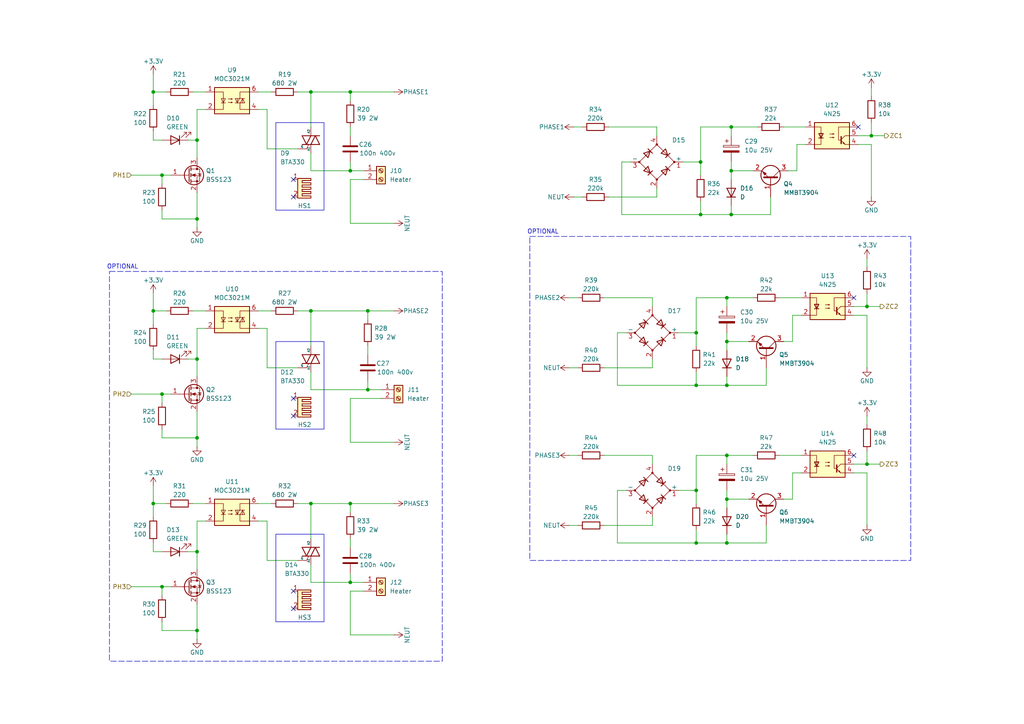
<source format=kicad_sch>
(kicad_sch (version 20231120) (generator "eeschema") (generator_version "8.0")
  (paper "A4")
  (lib_symbols
    (symbol "Connector:Screw_Terminal_01x02" (pin_names (offset 1.016) hide)
      (property "Reference" "J" (at 0 2.54 0))
      (property "Value" "Screw_Terminal_01x02" (at 0 -5.08 0))
      (symbol "Screw_Terminal_01x02_1_1"
        (rectangle (start -1.27 1.27) (end 1.27 -3.81) (stroke (width 0.254)) (fill (type background)))
        (circle (center 0 -2.54) (radius 0.635) (stroke (width 0.1524)))
        (polyline (pts (xy -0.5334 -2.2098) (xy 0.3302 -3.048)) (stroke (width 0.1524)))
        (polyline (pts (xy -0.5334 0.3302) (xy 0.3302 -0.508)) (stroke (width 0.1524)))
        (polyline (pts (xy -0.3556 -2.032) (xy 0.508 -2.8702)) (stroke (width 0.1524)))
        (polyline (pts (xy -0.3556 0.508) (xy 0.508 -0.3302)) (stroke (width 0.1524)))
        (circle (center 0 0) (radius 0.635) (stroke (width 0.1524)))
        (pin passive line (at -5.08 0 0) (length 3.81) (name "Pin_1") (number "1"))
        (pin passive line (at -5.08 -2.54 0) (length 3.81) (name "Pin_2") (number "2"))
      )
    )
    (symbol "Device:C" (pin_numbers hide) (pin_names (offset 0.254))
      (property "Reference" "C" (at 0.635 2.54 0))
      (property "Value" "C" (at 0.635 -2.54 0))
      (symbol "C_0_1"
        (polyline (pts (xy -2.032 -0.762) (xy 2.032 -0.762)) (stroke (width 0.508)))
        (polyline (pts (xy -2.032 0.762) (xy 2.032 0.762)) (stroke (width 0.508)))
      )
      (symbol "C_1_1"
        (pin passive line (at 0 3.81 270) (length 2.794) (name "~") (number "1"))
        (pin passive line (at 0 -3.81 90) (length 2.794) (name "~") (number "2"))
      )
    )
    (symbol "Device:C_Polarized" (pin_numbers hide) (pin_names (offset 0.254))
      (property "Reference" "C" (at 0.635 2.54 0))
      (property "Value" "C_Polarized" (at 0.635 -2.54 0))
      (symbol "C_Polarized_0_1"
        (rectangle (start -2.286 0.508) (end 2.286 1.016))
        (polyline (pts (xy -1.778 2.286) (xy -0.762 2.286)))
        (polyline (pts (xy -1.27 2.794) (xy -1.27 1.778)))
        (rectangle (start 2.286 -0.508) (end -2.286 -1.016) (fill (type outline)))
      )
      (symbol "C_Polarized_1_1"
        (pin passive line (at 0 3.81 270) (length 2.794) (name "~") (number "1"))
        (pin passive line (at 0 -3.81 90) (length 2.794) (name "~") (number "2"))
      )
    )
    (symbol "Device:D" (pin_numbers hide) (pin_names (offset 1.016) hide)
      (property "Reference" "D" (at 0 2.54 0))
      (property "Value" "D" (at 0 -2.54 0))
      (symbol "D_0_1"
        (polyline (pts (xy -1.27 1.27) (xy -1.27 -1.27)) (stroke (width 0.254)))
        (polyline (pts (xy 1.27 0) (xy -1.27 0)))
        (polyline (pts (xy 1.27 1.27) (xy 1.27 -1.27) (xy -1.27 0) (xy 1.27 1.27)) (stroke (width 0.254)))
      )
      (symbol "D_1_1"
        (pin passive line (at -3.81 0 0) (length 2.54) (name "K") (number "1"))
        (pin passive line (at 3.81 0 180) (length 2.54) (name "A") (number "2"))
      )
    )
    (symbol "Device:D_Bridge_+A-A" (pin_names (offset 0))
      (property "Reference" "D" (at 2.54 6.985 0))
      (property "Value" "D_Bridge_+A-A" (at 2.54 5.08 0))
      (symbol "D_Bridge_+A-A_0_1"
        (circle (center -5.08 0) (radius 0.254) (fill (type outline)))
        (circle (center 0 -5.08) (radius 0.254) (fill (type outline)))
        (polyline (pts (xy -2.54 3.81) (xy -1.27 2.54)) (stroke (width 0.254)))
        (polyline (pts (xy -1.27 -2.54) (xy -2.54 -3.81)) (stroke (width 0.254)))
        (polyline (pts (xy 2.54 -1.27) (xy 3.81 -2.54)) (stroke (width 0.254)))
        (polyline (pts (xy 2.54 1.27) (xy 3.81 2.54)) (stroke (width 0.254)))
        (polyline (pts (xy -3.81 2.54) (xy -2.54 1.27) (xy -1.905 3.175) (xy -3.81 2.54)) (stroke (width 0.254)))
        (polyline (pts (xy -2.54 -1.27) (xy -3.81 -2.54) (xy -1.905 -3.175) (xy -2.54 -1.27)) (stroke (width 0.254)))
        (polyline (pts (xy 1.27 2.54) (xy 2.54 3.81) (xy 3.175 1.905) (xy 1.27 2.54)) (stroke (width 0.254)))
        (polyline (pts (xy 3.175 -1.905) (xy 1.27 -2.54) (xy 2.54 -3.81) (xy 3.175 -1.905)) (stroke (width 0.254)))
        (polyline (pts (xy -5.08 0) (xy 0 -5.08) (xy 5.08 0) (xy 0 5.08) (xy -5.08 0)))
        (circle (center 0 5.08) (radius 0.254) (fill (type outline)))
        (circle (center 5.08 0) (radius 0.254) (fill (type outline)))
      )
      (symbol "D_Bridge_+A-A_1_1"
        (pin passive line (at 7.62 0 180) (length 2.54) (name "+") (number "1"))
        (pin passive line (at 0 -7.62 90) (length 2.54) (name "~") (number "2"))
        (pin passive line (at -7.62 0 0) (length 2.54) (name "-") (number "3"))
        (pin passive line (at 0 7.62 270) (length 2.54) (name "~") (number "4"))
      )
    )
    (symbol "Device:LED" (pin_numbers hide) (pin_names (offset 1.016) hide)
      (property "Reference" "D" (at 0 2.54 0))
      (property "Value" "LED" (at 0 -2.54 0))
      (symbol "LED_0_1"
        (polyline (pts (xy -1.27 -1.27) (xy -1.27 1.27)) (stroke (width 0.254)))
        (polyline (pts (xy -1.27 0) (xy 1.27 0)))
        (polyline (pts (xy 1.27 -1.27) (xy 1.27 1.27) (xy -1.27 0) (xy 1.27 -1.27)) (stroke (width 0.254)))
        (polyline (pts (xy -3.048 -0.762) (xy -4.572 -2.286) (xy -3.81 -2.286) (xy -4.572 -2.286) (xy -4.572 -1.524)))
        (polyline (pts (xy -1.778 -0.762) (xy -3.302 -2.286) (xy -2.54 -2.286) (xy -3.302 -2.286) (xy -3.302 -1.524)))
      )
      (symbol "LED_1_1"
        (pin passive line (at -3.81 0 0) (length 2.54) (name "K") (number "1"))
        (pin passive line (at 3.81 0 180) (length 2.54) (name "A") (number "2"))
      )
    )
    (symbol "Device:Q_Triac" (pin_numbers hide) (pin_names (offset 0))
      (property "Reference" "D" (at 3.175 0.635 0))
      (property "Value" "Q_Triac" (at 3.175 -1.27 0))
      (symbol "Q_Triac_0_1"
        (polyline (pts (xy -2.54 -1.27) (xy 2.54 -1.27)) (stroke (width 0.254)))
        (polyline (pts (xy -2.54 1.27) (xy 2.54 1.27)) (stroke (width 0.254)))
        (polyline (pts (xy -1.27 -2.54) (xy -0.635 -1.27)))
        (polyline (pts (xy -2.54 1.27) (xy -1.27 -1.27) (xy 0 1.27)) (stroke (width 0.254)))
        (polyline (pts (xy 0 -1.27) (xy 1.27 1.27) (xy 2.54 -1.27)) (stroke (width 0.254)))
      )
      (symbol "Q_Triac_1_1"
        (pin passive line (at 0 -3.81 90) (length 2.54) (name "A1") (number "A1"))
        (pin passive line (at 0 3.81 270) (length 2.54) (name "A2") (number "A2"))
        (pin input line (at -3.81 -2.54 0) (length 2.54) (name "G") (number "G"))
      )
    )
    (symbol "Device:R" (pin_numbers hide) (pin_names (offset 0))
      (property "Reference" "R" (at 2.032 0 90))
      (property "Value" "R" (at 0 0 90))
      (symbol "R_0_1"
        (rectangle (start -1.016 -2.54) (end 1.016 2.54) (stroke (width 0.254)))
      )
      (symbol "R_1_1"
        (pin passive line (at 0 3.81 270) (length 1.27) (name "~") (number "1"))
        (pin passive line (at 0 -3.81 90) (length 1.27) (name "~") (number "2"))
      )
    )
    (symbol "Isolator:4N25" (pin_names (offset 1.016))
      (property "Reference" "U" (at -5.08 5.08 0))
      (property "Value" "4N25" (at 0 5.08 0))
      (symbol "4N25_0_1"
        (rectangle (start -5.08 3.81) (end 5.08 -3.81) (stroke (width 0.254)) (fill (type background)))
        (polyline (pts (xy -3.81 -0.635) (xy -2.54 -0.635)) (stroke (width 0.254)))
        (polyline (pts (xy 2.667 -1.397) (xy 3.81 -2.54)))
        (polyline (pts (xy 2.667 -1.143) (xy 3.81 0)))
        (polyline (pts (xy 3.81 -2.54) (xy 5.08 -2.54)))
        (polyline (pts (xy 3.81 0) (xy 5.08 0)))
        (polyline (pts (xy 2.667 -0.254) (xy 2.667 -2.286) (xy 2.667 -2.286)) (stroke (width 0.3556)))
        (polyline (pts (xy -5.08 -2.54) (xy -3.175 -2.54) (xy -3.175 2.54) (xy -5.08 2.54)))
        (polyline (pts (xy -3.175 -0.635) (xy -3.81 0.635) (xy -2.54 0.635) (xy -3.175 -0.635)) (stroke (width 0.254)))
        (polyline (pts (xy 3.683 -2.413) (xy 3.429 -1.905) (xy 3.175 -2.159) (xy 3.683 -2.413)))
        (polyline (pts (xy 5.08 2.54) (xy 1.905 2.54) (xy 1.905 -1.27) (xy 2.54 -1.27)))
        (polyline (pts (xy -0.635 -0.508) (xy 0.635 -0.508) (xy 0.254 -0.635) (xy 0.254 -0.381) (xy 0.635 -0.508)))
        (polyline (pts (xy -0.635 0.508) (xy 0.635 0.508) (xy 0.254 0.381) (xy 0.254 0.635) (xy 0.635 0.508)))
      )
      (symbol "4N25_1_1"
        (pin passive line (at -7.62 2.54 0) (length 2.54) (name "~") (number "1"))
        (pin passive line (at -7.62 -2.54 0) (length 2.54) (name "~") (number "2"))
        (pin no_connect line (at -5.08 0 0) (length 2.54) hide (name "NC") (number "3"))
        (pin passive line (at 7.62 -2.54 180) (length 2.54) (name "~") (number "4"))
        (pin passive line (at 7.62 0 180) (length 2.54) (name "~") (number "5"))
        (pin passive line (at 7.62 2.54 180) (length 2.54) (name "~") (number "6"))
      )
    )
    (symbol "Mechanical:Heatsink_Pad_2Pin" (pin_names (offset 0)) (exclude_from_sim yes)
      (property "Reference" "HS" (at 0 5.715 0))
      (property "Value" "Heatsink_Pad_2Pin" (at 0 3.81 0))
      (symbol "Heatsink_Pad_2Pin_0_1"
        (polyline (pts (xy -0.3302 0) (xy -0.9652 0) (xy -0.9652 2.54) (xy -1.6002 2.54) (xy -1.6002 0) (xy -2.2352 0) (xy -2.2352 2.54) (xy -2.8702 2.54) (xy -2.8702 -1.27) (xy -0.9652 -1.27)) (stroke (width 0.254)) (fill (type background)))
        (polyline (pts (xy -0.3302 0) (xy -0.3302 2.54) (xy 0.3048 2.54) (xy 0.3048 0) (xy 0.9398 0) (xy 0.9398 2.54) (xy 1.5748 2.54) (xy 1.5748 0) (xy 2.2098 0) (xy 2.2098 2.54) (xy 2.8448 2.54) (xy 2.8448 -1.27) (xy -0.9652 -1.27)) (stroke (width 0.254)) (fill (type background)))
      )
      (symbol "Heatsink_Pad_2Pin_1_1"
        (pin passive line (at -2.54 -2.54 90) (length 1.27) (name "~") (number "1"))
        (pin passive line (at 2.54 -2.54 90) (length 1.27) (name "~") (number "2"))
      )
    )
    (symbol "Relay_SolidState:MOC3021M"
      (property "Reference" "U" (at -5.334 4.826 0))
      (property "Value" "MOC3021M" (at 0 5.08 0))
      (symbol "MOC3021M_0_1"
        (rectangle (start -5.08 3.81) (end 5.08 -3.81) (stroke (width 0.254)) (fill (type background)))
        (polyline (pts (xy -3.175 -0.635) (xy -1.905 -0.635)))
        (polyline (pts (xy 1.524 -0.635) (xy 1.524 0.635)))
        (polyline (pts (xy 3.048 0.635) (xy 3.048 -0.635)))
        (polyline (pts (xy 2.286 -0.635) (xy 2.286 -2.54) (xy 5.08 -2.54)))
        (polyline (pts (xy 2.286 0.635) (xy 2.286 2.54) (xy 5.08 2.54)))
        (polyline (pts (xy -5.08 2.54) (xy -2.54 2.54) (xy -2.54 -2.54) (xy -5.08 -2.54)))
        (polyline (pts (xy -2.54 -0.635) (xy -3.175 0.635) (xy -1.905 0.635) (xy -2.54 -0.635)))
        (polyline (pts (xy 0.889 -0.635) (xy 3.683 -0.635) (xy 3.048 0.635) (xy 2.413 -0.635)))
        (polyline (pts (xy 3.683 0.635) (xy 0.889 0.635) (xy 1.524 -0.635) (xy 2.159 0.635)))
        (polyline (pts (xy -1.143 -0.508) (xy 0.127 -0.508) (xy -0.254 -0.635) (xy -0.254 -0.381) (xy 0.127 -0.508)))
        (polyline (pts (xy -1.143 0.508) (xy 0.127 0.508) (xy -0.254 0.381) (xy -0.254 0.635) (xy 0.127 0.508)))
      )
      (symbol "MOC3021M_1_1"
        (pin passive line (at -7.62 2.54 0) (length 2.54) (name "~") (number "1"))
        (pin passive line (at -7.62 -2.54 0) (length 2.54) (name "~") (number "2"))
        (pin no_connect line (at -5.08 0 0) (length 2.54) hide (name "NC") (number "3"))
        (pin passive line (at 7.62 -2.54 180) (length 2.54) (name "~") (number "4"))
        (pin no_connect line (at 5.08 0 180) (length 2.54) hide (name "NC") (number "5"))
        (pin passive line (at 7.62 2.54 180) (length 2.54) (name "~") (number "6"))
      )
    )
    (symbol "Transistor_BJT:MMBT3904" (pin_names (offset 0) hide)
      (property "Reference" "Q" (at 5.08 1.905 0))
      (property "Value" "MMBT3904" (at 5.08 0 0))
      (symbol "MMBT3904_0_1"
        (polyline (pts (xy 0.635 0.635) (xy 2.54 2.54)))
        (polyline (pts (xy 0.635 -0.635) (xy 2.54 -2.54) (xy 2.54 -2.54)))
        (polyline (pts (xy 0.635 1.905) (xy 0.635 -1.905) (xy 0.635 -1.905)) (stroke (width 0.508)))
        (polyline (pts (xy 1.27 -1.778) (xy 1.778 -1.27) (xy 2.286 -2.286) (xy 1.27 -1.778) (xy 1.27 -1.778)) (fill (type outline)))
        (circle (center 1.27 0) (radius 2.8194) (stroke (width 0.254)))
      )
      (symbol "MMBT3904_1_1"
        (pin input line (at -5.08 0 0) (length 5.715) (name "B") (number "1"))
        (pin passive line (at 2.54 -5.08 90) (length 2.54) (name "E") (number "2"))
        (pin passive line (at 2.54 5.08 270) (length 2.54) (name "C") (number "3"))
      )
    )
    (symbol "Transistor_FET:BSS123" (pin_names hide)
      (property "Reference" "Q" (at 5.08 1.905 0))
      (property "Value" "BSS123" (at 5.08 0 0))
      (symbol "BSS123_0_1"
        (polyline (pts (xy 0.254 0) (xy -2.54 0)))
        (polyline (pts (xy 0.254 1.905) (xy 0.254 -1.905)) (stroke (width 0.254)))
        (polyline (pts (xy 0.762 -1.27) (xy 0.762 -2.286)) (stroke (width 0.254)))
        (polyline (pts (xy 0.762 0.508) (xy 0.762 -0.508)) (stroke (width 0.254)))
        (polyline (pts (xy 0.762 2.286) (xy 0.762 1.27)) (stroke (width 0.254)))
        (polyline (pts (xy 2.54 2.54) (xy 2.54 1.778)))
        (polyline (pts (xy 2.54 -2.54) (xy 2.54 0) (xy 0.762 0)))
        (polyline (pts (xy 0.762 -1.778) (xy 3.302 -1.778) (xy 3.302 1.778) (xy 0.762 1.778)))
        (polyline (pts (xy 1.016 0) (xy 2.032 0.381) (xy 2.032 -0.381) (xy 1.016 0)) (fill (type outline)))
        (polyline (pts (xy 2.794 0.508) (xy 2.921 0.381) (xy 3.683 0.381) (xy 3.81 0.254)))
        (polyline (pts (xy 3.302 0.381) (xy 2.921 -0.254) (xy 3.683 -0.254) (xy 3.302 0.381)))
        (circle (center 1.651 0) (radius 2.794) (stroke (width 0.254)))
        (circle (center 2.54 -1.778) (radius 0.254) (fill (type outline)))
        (circle (center 2.54 1.778) (radius 0.254) (fill (type outline)))
      )
      (symbol "BSS123_1_1"
        (pin input line (at -5.08 0 0) (length 2.54) (name "G") (number "1"))
        (pin passive line (at 2.54 -5.08 90) (length 2.54) (name "S") (number "2"))
        (pin passive line (at 2.54 5.08 270) (length 2.54) (name "D") (number "3"))
      )
    )
    (symbol "power:+3.3V" (power) (pin_numbers hide) (pin_names (offset 0) hide)
      (property "Value" "+3.3V" (at 0 3.556 0))
      (symbol "+3.3V_0_1"
        (polyline (pts (xy -0.762 1.27) (xy 0 2.54)))
        (polyline (pts (xy 0 0) (xy 0 2.54)))
        (polyline (pts (xy 0 2.54) (xy 0.762 1.27)))
      )
      (symbol "+3.3V_1_1"
        (pin power_in line (at 0 0 90) (length 0) (name "~") (number "1"))
      )
    )
    (symbol "power:GND" (power) (pin_numbers hide) (pin_names (offset 0) hide)
      (property "Value" "GND" (at 0 -3.81 0))
      (symbol "GND_0_1"
        (polyline (pts (xy 0 0) (xy 0 -1.27) (xy 1.27 -1.27) (xy 0 -2.54) (xy -1.27 -1.27) (xy 0 -1.27)))
      )
      (symbol "GND_1_1"
        (pin power_in line (at 0 0 270) (length 0) (name "~") (number "1"))
      )
    )
    (symbol "power:LINE" (power) (pin_numbers hide) (pin_names (offset 0) hide)
      (property "Value" "LINE" (at 0 3.556 0))
      (symbol "LINE_0_1"
        (polyline (pts (xy -0.762 1.27) (xy 0 2.54)))
        (polyline (pts (xy 0 0) (xy 0 2.54)))
        (polyline (pts (xy 0 2.54) (xy 0.762 1.27)))
      )
      (symbol "LINE_1_1"
        (pin power_in line (at 0 0 90) (length 0) (name "~") (number "1"))
      )
    )
    (symbol "power:NEUT" (power) (pin_numbers hide) (pin_names (offset 0) hide)
      (property "Value" "NEUT" (at 0 3.556 0))
      (symbol "NEUT_0_1"
        (polyline (pts (xy -0.762 1.27) (xy 0 2.54)))
        (polyline (pts (xy 0 0) (xy 0 2.54)))
        (polyline (pts (xy 0 2.54) (xy 0.762 1.27)))
      )
      (symbol "NEUT_1_1"
        (pin power_in line (at 0 0 90) (length 0) (name "~") (number "1"))
      )
    )
  )
  (junction (at 210.82 99.06))
  (junction (at 201.93 111.76))
  (junction (at 57.15 40.64))
  (junction (at 212.09 62.23))
  (junction (at 106.68 90.17))
  (junction (at 46.99 170.18))
  (junction (at 101.6 168.91))
  (junction (at 210.82 157.48))
  (junction (at 44.45 90.17))
  (junction (at 101.6 49.53))
  (junction (at 201.93 157.48))
  (junction (at 90.17 90.17))
  (junction (at 252.73 39.37))
  (junction (at 44.45 26.67))
  (junction (at 57.15 63.5))
  (junction (at 251.46 88.9))
  (junction (at 106.68 113.03))
  (junction (at 57.15 182.88))
  (junction (at 201.93 96.52))
  (junction (at 212.09 36.83))
  (junction (at 57.15 127))
  (junction (at 203.2 62.23))
  (junction (at 212.09 49.53))
  (junction (at 210.82 144.78))
  (junction (at 44.45 146.05))
  (junction (at 46.99 50.8))
  (junction (at 90.17 146.05))
  (junction (at 101.6 146.05))
  (junction (at 210.82 132.08))
  (junction (at 203.2 46.99))
  (junction (at 101.6 26.67))
  (junction (at 210.82 86.36))
  (junction (at 46.99 114.3))
  (junction (at 57.15 104.14))
  (junction (at 201.93 142.24))
  (junction (at 210.82 111.76))
  (junction (at 251.46 134.62))
  (junction (at 57.15 160.02))
  (junction (at 90.17 26.67))
  (no_connect (at 85.09 115.57))
  (no_connect (at 85.09 57.15))
  (no_connect (at 85.09 171.45))
  (no_connect (at 247.65 86.36))
  (no_connect (at 85.09 120.65))
  (no_connect (at 248.92 36.83))
  (no_connect (at 247.65 132.08))
  (no_connect (at 85.09 176.53))
  (no_connect (at 85.09 52.07))
  (wire (pts (xy 90.17 26.67) (xy 101.6 26.67)))
  (wire (pts (xy 90.17 90.17) (xy 86.36 90.17)))
  (wire (pts (xy 101.6 36.83) (xy 101.6 39.37)))
  (wire (pts (xy 46.99 182.88) (xy 57.15 182.88)))
  (wire (pts (xy 175.26 106.68) (xy 189.23 106.68)))
  (wire (pts (xy 101.6 128.27) (xy 114.3 128.27)))
  (wire (pts (xy 210.82 86.36) (xy 218.44 86.36)))
  (wire (pts (xy 101.6 52.07) (xy 101.6 64.77)))
  (wire (pts (xy 201.93 153.67) (xy 201.93 157.48)))
  (wire (pts (xy 189.23 134.62) (xy 189.23 132.08)))
  (wire (pts (xy 74.93 95.25) (xy 77.47 95.25)))
  (wire (pts (xy 231.14 49.53) (xy 231.14 41.91)))
  (wire (pts (xy 57.15 127) (xy 57.15 129.54)))
  (wire (pts (xy 90.17 168.91) (xy 101.6 168.91)))
  (wire (pts (xy 210.82 157.48) (xy 201.93 157.48)))
  (wire (pts (xy 77.47 31.75) (xy 77.47 43.18)))
  (wire (pts (xy 179.07 157.48) (xy 179.07 142.24)))
  (wire (pts (xy 210.82 132.08) (xy 218.44 132.08)))
  (wire (pts (xy 201.93 96.52) (xy 201.93 100.33)))
  (wire (pts (xy 229.87 137.16) (xy 232.41 137.16)))
  (wire (pts (xy 110.49 115.57) (xy 101.6 115.57)))
  (wire (pts (xy 251.46 134.62) (xy 255.27 134.62)))
  (wire (pts (xy 57.15 55.88) (xy 57.15 63.5)))
  (wire (pts (xy 90.17 146.05) (xy 86.36 146.05)))
  (wire (pts (xy 210.82 154.94) (xy 210.82 157.48)))
  (wire (pts (xy 44.45 104.14) (xy 44.45 101.6)))
  (wire (pts (xy 251.46 88.9) (xy 251.46 85.09)))
  (wire (pts (xy 90.17 90.17) (xy 106.68 90.17)))
  (wire (pts (xy 55.88 90.17) (xy 59.69 90.17)))
  (wire (pts (xy 227.33 99.06) (xy 229.87 99.06)))
  (wire (pts (xy 46.99 172.72) (xy 46.99 170.18)))
  (wire (pts (xy 74.93 146.05) (xy 78.74 146.05)))
  (wire (pts (xy 228.6 49.53) (xy 231.14 49.53)))
  (wire (pts (xy 101.6 26.67) (xy 101.6 29.21)))
  (wire (pts (xy 46.99 127) (xy 57.15 127)))
  (wire (pts (xy 248.92 39.37) (xy 252.73 39.37)))
  (wire (pts (xy 212.09 36.83) (xy 219.71 36.83)))
  (wire (pts (xy 201.93 142.24) (xy 201.93 132.08)))
  (wire (pts (xy 54.61 160.02) (xy 57.15 160.02)))
  (wire (pts (xy 229.87 91.44) (xy 232.41 91.44)))
  (wire (pts (xy 57.15 31.75) (xy 57.15 40.64)))
  (wire (pts (xy 189.23 132.08) (xy 175.26 132.08)))
  (wire (pts (xy 90.17 146.05) (xy 101.6 146.05)))
  (wire (pts (xy 212.09 59.69) (xy 212.09 62.23)))
  (wire (pts (xy 90.17 49.53) (xy 101.6 49.53)))
  (wire (pts (xy 201.93 157.48) (xy 179.07 157.48)))
  (wire (pts (xy 74.93 31.75) (xy 77.47 31.75)))
  (wire (pts (xy 247.65 137.16) (xy 251.46 137.16)))
  (wire (pts (xy 57.15 104.14) (xy 57.15 109.22)))
  (wire (pts (xy 247.65 88.9) (xy 251.46 88.9)))
  (wire (pts (xy 77.47 95.25) (xy 77.47 106.68)))
  (wire (pts (xy 101.6 64.77) (xy 114.3 64.77)))
  (wire (pts (xy 46.99 104.14) (xy 44.45 104.14)))
  (wire (pts (xy 90.17 36.83) (xy 90.17 26.67)))
  (wire (pts (xy 210.82 99.06) (xy 217.17 99.06)))
  (wire (pts (xy 44.45 90.17) (xy 44.45 93.98)))
  (wire (pts (xy 38.1 114.3) (xy 46.99 114.3)))
  (wire (pts (xy 57.15 119.38) (xy 57.15 127)))
  (wire (pts (xy 222.25 106.68) (xy 222.25 111.76)))
  (wire (pts (xy 231.14 41.91) (xy 233.68 41.91)))
  (wire (pts (xy 227.33 36.83) (xy 233.68 36.83)))
  (wire (pts (xy 247.65 91.44) (xy 251.46 91.44)))
  (wire (pts (xy 201.93 142.24) (xy 201.93 146.05)))
  (wire (pts (xy 44.45 21.59) (xy 44.45 26.67)))
  (wire (pts (xy 77.47 106.68) (xy 86.36 106.68)))
  (wire (pts (xy 77.47 151.13) (xy 77.47 162.56)))
  (wire (pts (xy 203.2 58.42) (xy 203.2 62.23)))
  (wire (pts (xy 212.09 49.53) (xy 212.09 52.07)))
  (wire (pts (xy 190.5 57.15) (xy 190.5 54.61)))
  (wire (pts (xy 55.88 146.05) (xy 59.69 146.05)))
  (wire (pts (xy 252.73 41.91) (xy 252.73 57.15)))
  (wire (pts (xy 48.26 90.17) (xy 44.45 90.17)))
  (wire (pts (xy 210.82 132.08) (xy 210.82 134.62)))
  (wire (pts (xy 77.47 43.18) (xy 86.36 43.18)))
  (wire (pts (xy 101.6 49.53) (xy 101.6 46.99)))
  (wire (pts (xy 210.82 144.78) (xy 217.17 144.78)))
  (wire (pts (xy 180.34 62.23) (xy 180.34 46.99)))
  (wire (pts (xy 114.3 26.67) (xy 101.6 26.67)))
  (wire (pts (xy 165.1 86.36) (xy 167.64 86.36)))
  (wire (pts (xy 229.87 99.06) (xy 229.87 91.44)))
  (wire (pts (xy 189.23 88.9) (xy 189.23 86.36)))
  (wire (pts (xy 46.99 63.5) (xy 57.15 63.5)))
  (wire (pts (xy 201.93 96.52) (xy 201.93 86.36)))
  (wire (pts (xy 106.68 113.03) (xy 106.68 110.49)))
  (wire (pts (xy 106.68 90.17) (xy 106.68 92.71)))
  (wire (pts (xy 212.09 46.99) (xy 212.09 49.53)))
  (wire (pts (xy 46.99 124.46) (xy 46.99 127)))
  (wire (pts (xy 222.25 157.48) (xy 210.82 157.48)))
  (wire (pts (xy 44.45 140.97) (xy 44.45 146.05)))
  (wire (pts (xy 46.99 116.84) (xy 46.99 114.3)))
  (wire (pts (xy 74.93 26.67) (xy 78.74 26.67)))
  (wire (pts (xy 166.37 57.15) (xy 168.91 57.15)))
  (wire (pts (xy 201.93 111.76) (xy 179.07 111.76)))
  (wire (pts (xy 90.17 44.45) (xy 90.17 49.53)))
  (wire (pts (xy 57.15 151.13) (xy 57.15 160.02)))
  (wire (pts (xy 38.1 170.18) (xy 46.99 170.18)))
  (wire (pts (xy 251.46 74.93) (xy 251.46 77.47)))
  (wire (pts (xy 189.23 86.36) (xy 175.26 86.36)))
  (wire (pts (xy 57.15 160.02) (xy 57.15 165.1)))
  (wire (pts (xy 210.82 86.36) (xy 210.82 88.9)))
  (wire (pts (xy 57.15 63.5) (xy 57.15 66.04)))
  (wire (pts (xy 190.5 36.83) (xy 176.53 36.83)))
  (wire (pts (xy 46.99 40.64) (xy 44.45 40.64)))
  (wire (pts (xy 114.3 90.17) (xy 106.68 90.17)))
  (wire (pts (xy 101.6 49.53) (xy 105.41 49.53)))
  (wire (pts (xy 210.82 144.78) (xy 210.82 147.32)))
  (wire (pts (xy 201.93 107.95) (xy 201.93 111.76)))
  (wire (pts (xy 212.09 62.23) (xy 203.2 62.23)))
  (wire (pts (xy 105.41 171.45) (xy 101.6 171.45)))
  (wire (pts (xy 247.65 134.62) (xy 251.46 134.62)))
  (wire (pts (xy 229.87 144.78) (xy 229.87 137.16)))
  (wire (pts (xy 101.6 168.91) (xy 101.6 166.37)))
  (wire (pts (xy 46.99 180.34) (xy 46.99 182.88)))
  (wire (pts (xy 252.73 39.37) (xy 256.54 39.37)))
  (wire (pts (xy 210.82 99.06) (xy 210.82 101.6)))
  (wire (pts (xy 44.45 85.09) (xy 44.45 90.17)))
  (wire (pts (xy 46.99 170.18) (xy 49.53 170.18)))
  (wire (pts (xy 44.45 40.64) (xy 44.45 38.1)))
  (wire (pts (xy 252.73 25.4) (xy 252.73 27.94)))
  (wire (pts (xy 59.69 151.13) (xy 57.15 151.13)))
  (wire (pts (xy 101.6 184.15) (xy 114.3 184.15)))
  (wire (pts (xy 114.3 146.05) (xy 101.6 146.05)))
  (wire (pts (xy 165.1 106.68) (xy 167.64 106.68)))
  (wire (pts (xy 101.6 168.91) (xy 105.41 168.91)))
  (wire (pts (xy 38.1 50.8) (xy 46.99 50.8)))
  (wire (pts (xy 77.47 162.56) (xy 86.36 162.56)))
  (wire (pts (xy 252.73 39.37) (xy 252.73 35.56)))
  (wire (pts (xy 203.2 46.99) (xy 203.2 36.83)))
  (wire (pts (xy 90.17 26.67) (xy 86.36 26.67)))
  (wire (pts (xy 46.99 50.8) (xy 49.53 50.8)))
  (wire (pts (xy 57.15 182.88) (xy 57.15 185.42)))
  (wire (pts (xy 223.52 57.15) (xy 223.52 62.23)))
  (wire (pts (xy 57.15 95.25) (xy 57.15 104.14)))
  (wire (pts (xy 248.92 41.91) (xy 252.73 41.91)))
  (wire (pts (xy 44.45 160.02) (xy 44.45 157.48)))
  (wire (pts (xy 90.17 100.33) (xy 90.17 90.17)))
  (wire (pts (xy 59.69 31.75) (xy 57.15 31.75)))
  (wire (pts (xy 251.46 120.65) (xy 251.46 123.19)))
  (wire (pts (xy 90.17 156.21) (xy 90.17 146.05)))
  (wire (pts (xy 212.09 49.53) (xy 218.44 49.53)))
  (wire (pts (xy 210.82 109.22) (xy 210.82 111.76)))
  (wire (pts (xy 46.99 160.02) (xy 44.45 160.02)))
  (wire (pts (xy 222.25 111.76) (xy 210.82 111.76)))
  (wire (pts (xy 46.99 114.3) (xy 49.53 114.3)))
  (wire (pts (xy 227.33 144.78) (xy 229.87 144.78)))
  (wire (pts (xy 57.15 40.64) (xy 57.15 45.72)))
  (wire (pts (xy 210.82 111.76) (xy 201.93 111.76)))
  (wire (pts (xy 190.5 39.37) (xy 190.5 36.83)))
  (wire (pts (xy 251.46 91.44) (xy 251.46 106.68)))
  (wire (pts (xy 176.53 57.15) (xy 190.5 57.15)))
  (wire (pts (xy 222.25 152.4) (xy 222.25 157.48)))
  (wire (pts (xy 101.6 146.05) (xy 101.6 148.59)))
  (wire (pts (xy 44.45 26.67) (xy 44.45 30.48)))
  (wire (pts (xy 57.15 175.26) (xy 57.15 182.88)))
  (wire (pts (xy 212.09 36.83) (xy 212.09 39.37)))
  (wire (pts (xy 74.93 90.17) (xy 78.74 90.17)))
  (wire (pts (xy 210.82 96.52) (xy 210.82 99.06)))
  (wire (pts (xy 48.26 146.05) (xy 44.45 146.05)))
  (wire (pts (xy 166.37 36.83) (xy 168.91 36.83)))
  (wire (pts (xy 179.07 111.76) (xy 179.07 96.52)))
  (wire (pts (xy 101.6 171.45) (xy 101.6 184.15)))
  (wire (pts (xy 54.61 40.64) (xy 57.15 40.64)))
  (wire (pts (xy 251.46 137.16) (xy 251.46 152.4)))
  (wire (pts (xy 165.1 132.08) (xy 167.64 132.08)))
  (wire (pts (xy 179.07 142.24) (xy 181.61 142.24)))
  (wire (pts (xy 105.41 52.07) (xy 101.6 52.07)))
  (wire (pts (xy 201.93 132.08) (xy 210.82 132.08)))
  (wire (pts (xy 44.45 146.05) (xy 44.45 149.86)))
  (wire (pts (xy 226.06 132.08) (xy 232.41 132.08)))
  (wire (pts (xy 201.93 86.36) (xy 210.82 86.36)))
  (wire (pts (xy 210.82 142.24) (xy 210.82 144.78)))
  (wire (pts (xy 203.2 36.83) (xy 212.09 36.83)))
  (wire (pts (xy 90.17 163.83) (xy 90.17 168.91)))
  (wire (pts (xy 101.6 156.21) (xy 101.6 158.75)))
  (wire (pts (xy 90.17 107.95) (xy 90.17 113.03)))
  (wire (pts (xy 46.99 53.34) (xy 46.99 50.8)))
  (wire (pts (xy 90.17 113.03) (xy 106.68 113.03)))
  (wire (pts (xy 106.68 100.33) (xy 106.68 102.87)))
  (wire (pts (xy 196.85 96.52) (xy 201.93 96.52)))
  (wire (pts (xy 251.46 88.9) (xy 255.27 88.9)))
  (wire (pts (xy 251.46 134.62) (xy 251.46 130.81)))
  (wire (pts (xy 189.23 106.68) (xy 189.23 104.14)))
  (wire (pts (xy 180.34 46.99) (xy 182.88 46.99)))
  (wire (pts (xy 196.85 142.24) (xy 201.93 142.24)))
  (wire (pts (xy 189.23 152.4) (xy 189.23 149.86)))
  (wire (pts (xy 54.61 104.14) (xy 57.15 104.14)))
  (wire (pts (xy 74.93 151.13) (xy 77.47 151.13)))
  (wire (pts (xy 198.12 46.99) (xy 203.2 46.99)))
  (wire (pts (xy 203.2 46.99) (xy 203.2 50.8)))
  (wire (pts (xy 165.1 152.4) (xy 167.64 152.4)))
  (wire (pts (xy 203.2 62.23) (xy 180.34 62.23)))
  (wire (pts (xy 223.52 62.23) (xy 212.09 62.23)))
  (wire (pts (xy 226.06 86.36) (xy 232.41 86.36)))
  (wire (pts (xy 101.6 115.57) (xy 101.6 128.27)))
  (wire (pts (xy 55.88 26.67) (xy 59.69 26.67)))
  (wire (pts (xy 59.69 95.25) (xy 57.15 95.25)))
  (wire (pts (xy 48.26 26.67) (xy 44.45 26.67)))
  (wire (pts (xy 179.07 96.52) (xy 181.61 96.52)))
  (wire (pts (xy 46.99 60.96) (xy 46.99 63.5)))
  (wire (pts (xy 110.49 113.03) (xy 106.68 113.03)))
  (wire (pts (xy 175.26 152.4) (xy 189.23 152.4)))
  (rectangle (start 80.01 99.06) (end 93.98 124.46))
  (rectangle (start 80.01 154.94) (end 93.98 180.34))
  (rectangle (start 80.01 35.56) (end 93.98 60.96))
  (rectangle (start 31.75 78.74) (end 128.27 191.77) (stroke (width 0) (type dash)))
  (rectangle (start 153.67 68.58) (end 264.16 162.56) (stroke (width 0) (type dash)))
  (text "OPTIONAL" (at 157.48 67.31 0) (effects (font (size 1.27 1.27))))
  (text "OPTIONAL" (at 35.56 77.47 0) (effects (font (size 1.27 1.27))))
  (hierarchical_label "PH2" (shape input) (at 38.1 114.3 180))
  (hierarchical_label "ZC2" (shape output) (at 255.27 88.9 0))
  (hierarchical_label "ZC1" (shape output) (at 256.54 39.37 0))
  (hierarchical_label "PH3" (shape input) (at 38.1 170.18 180))
  (hierarchical_label "PH1" (shape input) (at 38.1 50.8 180))
  (hierarchical_label "ZC3" (shape output) (at 255.27 134.62 0))
  (symbol (lib_id "power:+3.3V") (at 44.45 85.09 0) (unit 1)
    (property "Reference" "#PWR071" (effects (hide yes)))
    (property "Value" "+3.3V" (at 44.45 81.28 0))
    (property "Description" "Power symbol creates a global label with name \"+3.3V\"" (effects (hide yes)))
  )
  (symbol (lib_id "Device:R") (at 203.2 54.61 180) (unit 1)
    (property "Reference" "R36" (at 207.01 53.34 0))
    (property "Value" "22k" (at 207.01 55.88 0))
    (property "Description" "Resistor" (effects (hide yes)))
  )
  (symbol (lib_id "Device:R") (at 171.45 132.08 90) (unit 1)
    (property "Reference" "R44" (at 171.45 127 90))
    (property "Value" "220k" (at 171.45 129.54 90))
    (property "Description" "Resistor" (effects (hide yes)))
  )
  (symbol (lib_id "Device:C") (at 106.68 106.68 180) (unit 1)
    (property "Reference" "C27" (at 113.03 105.41 0) (effects (justify left)))
    (property "Value" "100n 400v" (at 119.888 107.95 0) (effects (justify left)))
    (property "Description" "Unpolarized capacitor" (effects (hide yes)))
  )
  (symbol (lib_id "Mechanical:Heatsink_Pad_2Pin") (at 87.63 54.61 270) (unit 1) (exclude_from_sim yes)
    (property "Reference" "HS1" (at 86.36 59.69 90) (effects (justify left)))
    (property "Value" "Heatsink_Pad_2Pin" (effects (hide yes)))
    (property "Description" "Heatsink with electrical connection, 2 pin" (effects (hide yes)))
  )
  (symbol (lib_id "power:+3.3V") (at 251.46 74.93 0) (unit 1)
    (property "Reference" "#PWR085" (effects (hide yes)))
    (property "Value" "+3.3V" (at 251.46 71.12 0))
    (property "Description" "Power symbol creates a global label with name \"+3.3V\"" (effects (hide yes)))
  )
  (symbol (lib_id "Relay_SolidState:MOC3021M") (at 67.31 92.71 0) (unit 1)
    (property "Reference" "U10" (at 67.31 83.82 0))
    (property "Value" "MOC3021M" (at 67.31 86.36 0))
    (property "Datasheet" "https://www.onsemi.com/pub/Collateral/MOC3023M-D.PDF" (effects (hide yes)))
    (property "Description" "Random Phase Opto-Triac, Vdrm 400V, Ift 15mA, DIP6" (effects (hide yes)))
  )
  (symbol (lib_id "power:LINE") (at 165.1 86.36 90) (unit 1)
    (property "Reference" "#PWR083" (effects (hide yes)))
    (property "Value" "PHASE2" (at 158.75 86.36 90))
    (property "Description" "Power symbol creates a global label with name \"LINE\"" (effects (hide yes)))
  )
  (symbol (lib_id "Device:Q_Triac") (at 90.17 160.02 0) (unit 1)
    (property "Reference" "D14" (at 82.55 163.83 0) (effects (justify left)))
    (property "Value" "BTA330" (at 82.55 166.37 0) (effects (justify left)))
    (property "Description" "Triode for alternating current, generic/no defined pinout" (effects (hide yes)))
  )
  (symbol (lib_id "power:GND") (at 251.46 152.4 0) (unit 1)
    (property "Reference" "#PWR090" (effects (hide yes)))
    (property "Value" "GND" (at 251.46 156.21 0))
    (property "Description" "Power symbol creates a global label with name \"GND\" , ground" (effects (hide yes)))
  )
  (symbol (lib_id "Transistor_FET:BSS123") (at 54.61 170.18 0) (unit 1)
    (property "Reference" "Q3" (at 59.69 168.91 0) (effects (justify left)))
    (property "Value" "BSS123" (at 59.69 171.45 0) (effects (justify left)))
    (property "Footprint" "Package_TO_SOT_SMD:SOT-23" (effects (hide yes)))
    (property "Datasheet" "http://www.diodes.com/assets/Datasheets/ds30366.pdf" (effects (hide yes)))
    (property "Description" "0.17A Id, 100V Vds, N-Channel MOSFET, SOT-23" (effects (hide yes)))
  )
  (symbol (lib_id "Device:R") (at 46.99 120.65 180) (unit 1)
    (property "Reference" "R25" (at 43.18 119.38 0))
    (property "Value" "100" (at 43.18 121.92 0))
    (property "Description" "Resistor" (effects (hide yes)))
  )
  (symbol (lib_id "power:LINE") (at 114.3 90.17 270) (unit 1)
    (property "Reference" "#PWR073" (effects (hide yes)))
    (property "Value" "PHASE2" (at 120.65 90.17 90))
    (property "Description" "Power symbol creates a global label with name \"LINE\"" (effects (hide yes)))
  )
  (symbol (lib_id "power:+3.3V") (at 251.46 120.65 0) (unit 1)
    (property "Reference" "#PWR089" (effects (hide yes)))
    (property "Value" "+3.3V" (at 251.46 116.84 0))
    (property "Description" "Power symbol creates a global label with name \"+3.3V\"" (effects (hide yes)))
  )
  (symbol (lib_id "power:LINE") (at 114.3 26.67 270) (unit 1)
    (property "Reference" "#PWR067" (effects (hide yes)))
    (property "Value" "PHASE1" (at 120.65 26.67 90))
    (property "Description" "Power symbol creates a global label with name \"LINE\"" (effects (hide yes)))
  )
  (symbol (lib_id "Device:C") (at 101.6 162.56 180) (unit 1)
    (property "Reference" "C28" (at 107.95 161.29 0) (effects (justify left)))
    (property "Value" "100n 400v" (at 114.808 163.83 0) (effects (justify left)))
    (property "Description" "Unpolarized capacitor" (effects (hide yes)))
  )
  (symbol (lib_id "power:+3.3V") (at 252.73 25.4 0) (unit 1)
    (property "Reference" "#PWR081" (effects (hide yes)))
    (property "Value" "+3.3V" (at 252.73 21.59 0))
    (property "Description" "Power symbol creates a global label with name \"+3.3V\"" (effects (hide yes)))
  )
  (symbol (lib_id "power:NEUT") (at 114.3 128.27 270) (unit 1)
    (property "Reference" "#PWR074" (effects (hide yes)))
    (property "Value" "NEUT" (at 118.11 128.27 0))
    (property "Description" "Power symbol creates a global label with name \"NEUT\"" (effects (hide yes)))
  )
  (symbol (lib_id "Device:R") (at 82.55 146.05 90) (unit 1)
    (property "Reference" "R32" (at 82.55 140.97 90))
    (property "Value" "680 2W" (at 82.55 143.51 90))
    (property "Description" "Resistor" (effects (hide yes)))
  )
  (symbol (lib_id "power:LINE") (at 165.1 132.08 90) (unit 1)
    (property "Reference" "#PWR087" (effects (hide yes)))
    (property "Value" "PHASE3" (at 158.75 132.08 90))
    (property "Description" "Power symbol creates a global label with name \"LINE\"" (effects (hide yes)))
  )
  (symbol (lib_id "Device:LED") (at 50.8 40.64 180) (unit 1)
    (property "Reference" "D10" (at 48.26 34.29 0) (effects (justify right)))
    (property "Value" "GREEN" (at 48.26 36.83 0) (effects (justify right)))
    (property "Description" "Light emitting diode" (effects (hide yes)))
  )
  (symbol (lib_id "Device:R") (at 222.25 132.08 270) (unit 1)
    (property "Reference" "R47" (at 222.25 127 90))
    (property "Value" "22k" (at 222.25 129.54 90))
    (property "Description" "Resistor" (effects (hide yes)))
  )
  (symbol (lib_id "Device:R") (at 82.55 26.67 90) (unit 1)
    (property "Reference" "R19" (at 82.55 21.59 90))
    (property "Value" "680 2W" (at 82.55 24.13 90))
    (property "Description" "Resistor" (effects (hide yes)))
  )
  (symbol (lib_id "power:GND") (at 252.73 57.15 0) (unit 1)
    (property "Reference" "#PWR082" (effects (hide yes)))
    (property "Value" "GND" (at 252.73 60.96 0))
    (property "Description" "Power symbol creates a global label with name \"GND\" , ground" (effects (hide yes)))
  )
  (symbol (lib_id "Relay_SolidState:MOC3021M") (at 67.31 148.59 0) (unit 1)
    (property "Reference" "U11" (at 67.31 139.7 0))
    (property "Value" "MOC3021M" (at 67.31 142.24 0))
    (property "Datasheet" "https://www.onsemi.com/pub/Collateral/MOC3023M-D.PDF" (effects (hide yes)))
    (property "Description" "Random Phase Opto-Triac, Vdrm 400V, Ift 15mA, DIP6" (effects (hide yes)))
  )
  (symbol (lib_id "power:GND") (at 57.15 66.04 0) (unit 1)
    (property "Reference" "#PWR070" (effects (hide yes)))
    (property "Value" "GND" (at 57.15 69.85 0))
    (property "Description" "Power symbol creates a global label with name \"GND\" , ground" (effects (hide yes)))
  )
  (symbol (lib_id "Device:R") (at 171.45 86.36 90) (unit 1)
    (property "Reference" "R39" (at 171.45 81.28 90))
    (property "Value" "220k" (at 171.45 83.82 90))
    (property "Description" "Resistor" (effects (hide yes)))
  )
  (symbol (lib_id "Device:D_Bridge_+A-A") (at 190.5 46.99 0) (unit 1)
    (property "Reference" "D15" (at 196.85 40.64 0))
    (property "Value" "D_Bridge_+A-A" (effects (hide yes)))
    (property "Description" "Diode bridge, +ve/AC/-ve/AC" (effects (hide yes)))
  )
  (symbol (lib_id "Device:R") (at 101.6 33.02 180) (unit 1)
    (property "Reference" "R20" (at 105.41 31.75 0))
    (property "Value" "39 2W" (at 106.68 34.29 0))
    (property "Description" "Resistor" (effects (hide yes)))
  )
  (symbol (lib_id "Device:R") (at 101.6 152.4 180) (unit 1)
    (property "Reference" "R33" (at 105.41 151.13 0))
    (property "Value" "39 2W" (at 106.68 153.67 0))
    (property "Description" "Resistor" (effects (hide yes)))
  )
  (symbol (lib_id "Device:R") (at 46.99 57.15 180) (unit 1)
    (property "Reference" "R23" (at 43.18 55.88 0))
    (property "Value" "100" (at 43.18 58.42 0))
    (property "Description" "Resistor" (effects (hide yes)))
  )
  (symbol (lib_id "Device:R") (at 172.72 57.15 90) (unit 1)
    (property "Reference" "R35" (at 172.72 52.07 90))
    (property "Value" "220k" (at 172.72 54.61 90))
    (property "Description" "Resistor" (effects (hide yes)))
  )
  (symbol (lib_id "Device:C") (at 101.6 43.18 180) (unit 1)
    (property "Reference" "C26" (at 107.95 41.91 0) (effects (justify left)))
    (property "Value" "100n 400v" (at 114.808 44.45 0) (effects (justify left)))
    (property "Description" "Unpolarized capacitor" (effects (hide yes)))
  )
  (symbol (lib_id "Device:R") (at 171.45 106.68 90) (unit 1)
    (property "Reference" "R40" (at 171.45 101.6 90))
    (property "Value" "220k" (at 171.45 104.14 90))
    (property "Description" "Resistor" (effects (hide yes)))
  )
  (symbol (lib_id "Isolator:4N25") (at 240.03 88.9 0) (unit 1)
    (property "Reference" "U13" (at 240.03 80.01 0))
    (property "Value" "4N25" (at 240.03 82.55 0))
    (property "Footprint" "Package_DIP:DIP-6_W7.62mm" (effects (hide yes)))
    (property "Datasheet" "https://www.vishay.com/docs/83725/4n25.pdf" (effects (hide yes)))
    (property "Description" "DC Optocoupler Base Connected, Vce 30V, CTR 20%, Viso 2500V, DIP6" (effects (hide yes)))
  )
  (symbol (lib_id "Device:D") (at 210.82 151.13 90) (unit 1)
    (property "Reference" "D20" (at 213.36 149.8599 90) (effects (justify right)))
    (property "Value" "D" (at 213.36 152.3999 90) (effects (justify right)))
    (property "Description" "Diode" (effects (hide yes)))
    (property "Sim.Device" "D" (effects (hide yes)))
    (property "Sim.Pins" "1=K 2=A" (effects (hide yes)))
  )
  (symbol (lib_id "Device:C_Polarized") (at 210.82 138.43 0) (unit 1)
    (property "Reference" "C31" (at 214.63 136.2709 0) (effects (justify left)))
    (property "Value" "10u 25V" (at 214.63 138.8109 0) (effects (justify left)))
    (property "Description" "Polarized capacitor" (effects (hide yes)))
  )
  (symbol (lib_id "Transistor_FET:BSS123") (at 54.61 50.8 0) (unit 1)
    (property "Reference" "Q1" (at 59.69 49.53 0) (effects (justify left)))
    (property "Value" "BSS123" (at 59.69 52.07 0) (effects (justify left)))
    (property "Footprint" "Package_TO_SOT_SMD:SOT-23" (effects (hide yes)))
    (property "Datasheet" "http://www.diodes.com/assets/Datasheets/ds30366.pdf" (effects (hide yes)))
    (property "Description" "0.17A Id, 100V Vds, N-Channel MOSFET, SOT-23" (effects (hide yes)))
  )
  (symbol (lib_id "power:GND") (at 57.15 185.42 0) (unit 1)
    (property "Reference" "#PWR076" (effects (hide yes)))
    (property "Value" "GND" (at 57.15 189.23 0))
    (property "Description" "Power symbol creates a global label with name \"GND\" , ground" (effects (hide yes)))
  )
  (symbol (lib_id "Device:R") (at 106.68 96.52 180) (unit 1)
    (property "Reference" "R28" (at 110.49 95.25 0))
    (property "Value" "39 2W" (at 111.76 97.79 0))
    (property "Description" "Resistor" (effects (hide yes)))
  )
  (symbol (lib_id "power:LINE") (at 166.37 36.83 90) (unit 1)
    (property "Reference" "#PWR079" (effects (hide yes)))
    (property "Value" "PHASE1" (at 160.02 36.83 90))
    (property "Description" "Power symbol creates a global label with name \"LINE\"" (effects (hide yes)))
  )
  (symbol (lib_id "Device:LED") (at 50.8 104.14 180) (unit 1)
    (property "Reference" "D11" (at 48.26 97.79 0) (effects (justify right)))
    (property "Value" "GREEN" (at 48.26 100.33 0) (effects (justify right)))
    (property "Description" "Light emitting diode" (effects (hide yes)))
  )
  (symbol (lib_id "Connector:Screw_Terminal_01x02") (at 115.57 113.03 0) (unit 1)
    (property "Reference" "J11" (at 118.11 113.0299 0) (effects (justify left)))
    (property "Value" "Heater" (at 118.11 115.5699 0) (effects (justify left)))
    (property "Description" "Generic screw terminal, single row, 01x02, script generated (kicad-library-utils/schlib/autogen/connector/)" (effects (hide yes)))
  )
  (symbol (lib_id "power:+3.3V") (at 44.45 21.59 0) (unit 1)
    (property "Reference" "#PWR069" (effects (hide yes)))
    (property "Value" "+3.3V" (at 44.45 17.78 0))
    (property "Description" "Power symbol creates a global label with name \"+3.3V\"" (effects (hide yes)))
  )
  (symbol (lib_id "Device:R") (at 46.99 176.53 180) (unit 1)
    (property "Reference" "R30" (at 43.18 175.26 0))
    (property "Value" "100" (at 43.18 177.8 0))
    (property "Description" "Resistor" (effects (hide yes)))
  )
  (symbol (lib_id "power:GND") (at 251.46 106.68 0) (unit 1)
    (property "Reference" "#PWR086" (effects (hide yes)))
    (property "Value" "GND" (at 251.46 110.49 0))
    (property "Description" "Power symbol creates a global label with name \"GND\" , ground" (effects (hide yes)))
  )
  (symbol (lib_id "Device:R") (at 82.55 90.17 90) (unit 1)
    (property "Reference" "R27" (at 82.55 85.09 90))
    (property "Value" "680 2W" (at 82.55 87.63 90))
    (property "Description" "Resistor" (effects (hide yes)))
  )
  (symbol (lib_id "Device:R") (at 52.07 146.05 90) (unit 1)
    (property "Reference" "R31" (at 52.07 140.97 90))
    (property "Value" "220" (at 52.07 143.51 90))
    (property "Description" "Resistor" (effects (hide yes)))
  )
  (symbol (lib_id "Device:D_Bridge_+A-A") (at 189.23 96.52 0) (unit 1)
    (property "Reference" "D17" (at 195.58 90.17 0))
    (property "Value" "D_Bridge_+A-A" (effects (hide yes)))
    (property "Description" "Diode bridge, +ve/AC/-ve/AC" (effects (hide yes)))
  )
  (symbol (lib_id "Device:R") (at 252.73 31.75 180) (unit 1)
    (property "Reference" "R38" (at 256.54 30.48 0))
    (property "Value" "10k" (at 256.54 33.02 0))
    (property "Description" "Resistor" (effects (hide yes)))
  )
  (symbol (lib_id "Transistor_BJT:MMBT3904") (at 222.25 101.6 270) (mirror x) (unit 1)
    (property "Reference" "Q5" (at 227.33 102.87 90))
    (property "Value" "MMBT3904" (at 231.14 105.41 90))
    (property "Footprint" "Package_TO_SOT_SMD:SOT-23" (effects (hide yes)))
    (property "Datasheet" "https://www.onsemi.com/pdf/datasheet/pzt3904-d.pdf" (effects (hide yes)))
    (property "Description" "0.2A Ic, 40V Vce, Small Signal NPN Transistor, SOT-23" (effects (hide yes)))
  )
  (symbol (lib_id "Device:R") (at 172.72 36.83 90) (unit 1)
    (property "Reference" "R34" (at 172.72 31.75 90))
    (property "Value" "220k" (at 172.72 34.29 90))
    (property "Description" "Resistor" (effects (hide yes)))
  )
  (symbol (lib_id "Connector:Screw_Terminal_01x02") (at 110.49 168.91 0) (unit 1)
    (property "Reference" "J12" (at 113.03 168.9099 0) (effects (justify left)))
    (property "Value" "Heater" (at 113.03 171.4499 0) (effects (justify left)))
    (property "Description" "Generic screw terminal, single row, 01x02, script generated (kicad-library-utils/schlib/autogen/connector/)" (effects (hide yes)))
  )
  (symbol (lib_id "Device:R") (at 44.45 97.79 180) (unit 1)
    (property "Reference" "R24" (at 40.64 96.52 0))
    (property "Value" "100" (at 40.64 99.06 0))
    (property "Description" "Resistor" (effects (hide yes)))
  )
  (symbol (lib_id "Device:D") (at 212.09 55.88 90) (unit 1)
    (property "Reference" "D16" (at 214.63 54.6099 90) (effects (justify right)))
    (property "Value" "D" (at 214.63 57.1499 90) (effects (justify right)))
    (property "Description" "Diode" (effects (hide yes)))
    (property "Sim.Device" "D" (effects (hide yes)))
    (property "Sim.Pins" "1=K 2=A" (effects (hide yes)))
  )
  (symbol (lib_id "Transistor_BJT:MMBT3904") (at 222.25 147.32 270) (mirror x) (unit 1)
    (property "Reference" "Q6" (at 227.33 148.59 90))
    (property "Value" "MMBT3904" (at 231.14 151.13 90))
    (property "Footprint" "Package_TO_SOT_SMD:SOT-23" (effects (hide yes)))
    (property "Datasheet" "https://www.onsemi.com/pdf/datasheet/pzt3904-d.pdf" (effects (hide yes)))
    (property "Description" "0.2A Ic, 40V Vce, Small Signal NPN Transistor, SOT-23" (effects (hide yes)))
  )
  (symbol (lib_id "Device:LED") (at 50.8 160.02 180) (unit 1)
    (property "Reference" "D13" (at 48.26 153.67 0) (effects (justify right)))
    (property "Value" "GREEN" (at 48.26 156.21 0) (effects (justify right)))
    (property "Description" "Light emitting diode" (effects (hide yes)))
  )
  (symbol (lib_id "power:NEUT") (at 166.37 57.15 90) (unit 1)
    (property "Reference" "#PWR080" (effects (hide yes)))
    (property "Value" "NEUT" (at 161.29 57.15 90))
    (property "Description" "Power symbol creates a global label with name \"NEUT\"" (effects (hide yes)))
  )
  (symbol (lib_id "Device:R") (at 201.93 104.14 180) (unit 1)
    (property "Reference" "R41" (at 205.74 102.87 0))
    (property "Value" "22k" (at 205.74 105.41 0))
    (property "Description" "Resistor" (effects (hide yes)))
  )
  (symbol (lib_id "Transistor_BJT:MMBT3904") (at 223.52 52.07 270) (mirror x) (unit 1)
    (property "Reference" "Q4" (at 228.6 53.34 90))
    (property "Value" "MMBT3904" (at 232.41 55.88 90))
    (property "Footprint" "Package_TO_SOT_SMD:SOT-23" (effects (hide yes)))
    (property "Datasheet" "https://www.onsemi.com/pdf/datasheet/pzt3904-d.pdf" (effects (hide yes)))
    (property "Description" "0.2A Ic, 40V Vce, Small Signal NPN Transistor, SOT-23" (effects (hide yes)))
  )
  (symbol (lib_id "Device:D_Bridge_+A-A") (at 189.23 142.24 0) (unit 1)
    (property "Reference" "D19" (at 195.58 135.89 0))
    (property "Value" "D_Bridge_+A-A" (effects (hide yes)))
    (property "Description" "Diode bridge, +ve/AC/-ve/AC" (effects (hide yes)))
  )
  (symbol (lib_id "Device:R") (at 251.46 127 180) (unit 1)
    (property "Reference" "R48" (at 255.27 125.73 0))
    (property "Value" "10k" (at 255.27 128.27 0))
    (property "Description" "Resistor" (effects (hide yes)))
  )
  (symbol (lib_id "Device:R") (at 201.93 149.86 180) (unit 1)
    (property "Reference" "R46" (at 205.74 148.59 0))
    (property "Value" "22k" (at 205.74 151.13 0))
    (property "Description" "Resistor" (effects (hide yes)))
  )
  (symbol (lib_id "Device:R") (at 171.45 152.4 90) (unit 1)
    (property "Reference" "R45" (at 171.45 147.32 90))
    (property "Value" "220k" (at 171.45 149.86 90))
    (property "Description" "Resistor" (effects (hide yes)))
  )
  (symbol (lib_id "Mechanical:Heatsink_Pad_2Pin") (at 87.63 173.99 270) (unit 1) (exclude_from_sim yes)
    (property "Reference" "HS3" (at 86.36 179.07 90) (effects (justify left)))
    (property "Value" "Heatsink_Pad_2Pin" (effects (hide yes)))
    (property "Description" "Heatsink with electrical connection, 2 pin" (effects (hide yes)))
  )
  (symbol (lib_id "Device:R") (at 52.07 26.67 90) (unit 1)
    (property "Reference" "R21" (at 52.07 21.59 90))
    (property "Value" "220" (at 52.07 24.13 90))
    (property "Description" "Resistor" (effects (hide yes)))
  )
  (symbol (lib_id "Device:C_Polarized") (at 210.82 92.71 0) (unit 1)
    (property "Reference" "C30" (at 214.63 90.5509 0) (effects (justify left)))
    (property "Value" "10u 25V" (at 214.63 93.0909 0) (effects (justify left)))
    (property "Description" "Polarized capacitor" (effects (hide yes)))
  )
  (symbol (lib_id "Device:R") (at 44.45 34.29 180) (unit 1)
    (property "Reference" "R22" (at 40.64 33.02 0))
    (property "Value" "100" (at 40.64 35.56 0))
    (property "Description" "Resistor" (effects (hide yes)))
  )
  (symbol (lib_id "power:NEUT") (at 114.3 64.77 270) (unit 1)
    (property "Reference" "#PWR068" (effects (hide yes)))
    (property "Value" "NEUT" (at 118.11 64.77 0))
    (property "Description" "Power symbol creates a global label with name \"NEUT\"" (effects (hide yes)))
  )
  (symbol (lib_id "Connector:Screw_Terminal_01x02") (at 110.49 49.53 0) (unit 1)
    (property "Reference" "J10" (at 113.03 49.5299 0) (effects (justify left)))
    (property "Value" "Heater" (at 113.03 52.0699 0) (effects (justify left)))
    (property "Description" "Generic screw terminal, single row, 01x02, script generated (kicad-library-utils/schlib/autogen/connector/)" (effects (hide yes)))
  )
  (symbol (lib_id "Transistor_FET:BSS123") (at 54.61 114.3 0) (unit 1)
    (property "Reference" "Q2" (at 59.69 113.03 0) (effects (justify left)))
    (property "Value" "BSS123" (at 59.69 115.57 0) (effects (justify left)))
    (property "Footprint" "Package_TO_SOT_SMD:SOT-23" (effects (hide yes)))
    (property "Datasheet" "http://www.diodes.com/assets/Datasheets/ds30366.pdf" (effects (hide yes)))
    (property "Description" "0.17A Id, 100V Vds, N-Channel MOSFET, SOT-23" (effects (hide yes)))
  )
  (symbol (lib_id "Relay_SolidState:MOC3021M") (at 67.31 29.21 0) (unit 1)
    (property "Reference" "U9" (at 67.31 20.32 0))
    (property "Value" "MOC3021M" (at 67.31 22.86 0))
    (property "Datasheet" "https://www.onsemi.com/pub/Collateral/MOC3023M-D.PDF" (effects (hide yes)))
    (property "Description" "Random Phase Opto-Triac, Vdrm 400V, Ift 15mA, DIP6" (effects (hide yes)))
  )
  (symbol (lib_id "Device:R") (at 222.25 86.36 270) (unit 1)
    (property "Reference" "R42" (at 222.25 81.28 90))
    (property "Value" "22k" (at 222.25 83.82 90))
    (property "Description" "Resistor" (effects (hide yes)))
  )
  (symbol (lib_id "power:LINE") (at 114.3 146.05 270) (unit 1)
    (property "Reference" "#PWR077" (effects (hide yes)))
    (property "Value" "PHASE3" (at 120.65 146.05 90))
    (property "Description" "Power symbol creates a global label with name \"LINE\"" (effects (hide yes)))
  )
  (symbol (lib_id "power:NEUT") (at 114.3 184.15 270) (unit 1)
    (property "Reference" "#PWR078" (effects (hide yes)))
    (property "Value" "NEUT" (at 118.11 184.15 0))
    (property "Description" "Power symbol creates a global label with name \"NEUT\"" (effects (hide yes)))
  )
  (symbol (lib_id "power:GND") (at 57.15 129.54 0) (unit 1)
    (property "Reference" "#PWR072" (effects (hide yes)))
    (property "Value" "GND" (at 57.15 133.35 0))
    (property "Description" "Power symbol creates a global label with name \"GND\" , ground" (effects (hide yes)))
  )
  (symbol (lib_id "Device:Q_Triac") (at 90.17 104.14 0) (unit 1)
    (property "Reference" "D12" (at 81.28 107.95 0) (effects (justify left)))
    (property "Value" "BTA330" (at 81.28 110.49 0) (effects (justify left)))
    (property "Description" "Triode for alternating current, generic/no defined pinout" (effects (hide yes)))
  )
  (symbol (lib_id "Device:R") (at 251.46 81.28 180) (unit 1)
    (property "Reference" "R43" (at 255.27 80.01 0))
    (property "Value" "10k" (at 255.27 82.55 0))
    (property "Description" "Resistor" (effects (hide yes)))
  )
  (symbol (lib_id "Mechanical:Heatsink_Pad_2Pin") (at 87.63 118.11 270) (unit 1) (exclude_from_sim yes)
    (property "Reference" "HS2" (at 86.36 123.19 90) (effects (justify left)))
    (property "Value" "Heatsink_Pad_2Pin" (effects (hide yes)))
    (property "Description" "Heatsink with electrical connection, 2 pin" (effects (hide yes)))
  )
  (symbol (lib_id "Device:D") (at 210.82 105.41 90) (unit 1)
    (property "Reference" "D18" (at 213.36 104.1399 90) (effects (justify right)))
    (property "Value" "D" (at 213.36 106.6799 90) (effects (justify right)))
    (property "Description" "Diode" (effects (hide yes)))
    (property "Sim.Device" "D" (effects (hide yes)))
    (property "Sim.Pins" "1=K 2=A" (effects (hide yes)))
  )
  (symbol (lib_id "Device:R") (at 44.45 153.67 180) (unit 1)
    (property "Reference" "R29" (at 40.64 152.4 0))
    (property "Value" "100" (at 40.64 154.94 0))
    (property "Description" "Resistor" (effects (hide yes)))
  )
  (symbol (lib_id "power:+3.3V") (at 44.45 140.97 0) (unit 1)
    (property "Reference" "#PWR075" (effects (hide yes)))
    (property "Value" "+3.3V" (at 44.45 137.16 0))
    (property "Description" "Power symbol creates a global label with name \"+3.3V\"" (effects (hide yes)))
  )
  (symbol (lib_id "power:NEUT") (at 165.1 152.4 90) (unit 1)
    (property "Reference" "#PWR088" (effects (hide yes)))
    (property "Value" "NEUT" (at 160.02 152.4 90))
    (property "Description" "Power symbol creates a global label with name \"NEUT\"" (effects (hide yes)))
  )
  (symbol (lib_id "Device:Q_Triac") (at 90.17 40.64 0) (unit 1)
    (property "Reference" "D9" (at 81.28 44.45 0) (effects (justify left)))
    (property "Value" "BTA330" (at 81.28 46.99 0) (effects (justify left)))
    (property "Description" "Triode for alternating current, generic/no defined pinout" (effects (hide yes)))
  )
  (symbol (lib_id "Isolator:4N25") (at 241.3 39.37 0) (unit 1)
    (property "Reference" "U12" (at 241.3 30.48 0))
    (property "Value" "4N25" (at 241.3 33.02 0))
    (property "Footprint" "Package_DIP:DIP-6_W7.62mm" (effects (hide yes)))
    (property "Datasheet" "https://www.vishay.com/docs/83725/4n25.pdf" (effects (hide yes)))
    (property "Description" "DC Optocoupler Base Connected, Vce 30V, CTR 20%, Viso 2500V, DIP6" (effects (hide yes)))
  )
  (symbol (lib_id "power:NEUT") (at 165.1 106.68 90) (unit 1)
    (property "Reference" "#PWR084" (effects (hide yes)))
    (property "Value" "NEUT" (at 160.02 106.68 90))
    (property "Description" "Power symbol creates a global label with name \"NEUT\"" (effects (hide yes)))
  )
  (symbol (lib_id "Device:R") (at 52.07 90.17 90) (unit 1)
    (property "Reference" "R26" (at 52.07 85.09 90))
    (property "Value" "220" (at 52.07 87.63 90))
    (property "Description" "Resistor" (effects (hide yes)))
  )
  (symbol (lib_id "Device:R") (at 223.52 36.83 270) (unit 1)
    (property "Reference" "R37" (at 223.52 31.75 90))
    (property "Value" "22k" (at 223.52 34.29 90))
    (property "Description" "Resistor" (effects (hide yes)))
  )
  (symbol (lib_id "Isolator:4N25") (at 240.03 134.62 0) (unit 1)
    (property "Reference" "U14" (at 240.03 125.73 0))
    (property "Value" "4N25" (at 240.03 128.27 0))
    (property "Footprint" "Package_DIP:DIP-6_W7.62mm" (effects (hide yes)))
    (property "Datasheet" "https://www.vishay.com/docs/83725/4n25.pdf" (effects (hide yes)))
    (property "Description" "DC Optocoupler Base Connected, Vce 30V, CTR 20%, Viso 2500V, DIP6" (effects (hide yes)))
  )
  (symbol (lib_id "Device:C_Polarized") (at 212.09 43.18 0) (unit 1)
    (property "Reference" "C29" (at 215.9 41.0209 0) (effects (justify left)))
    (property "Value" "10u 25V" (at 215.9 43.5609 0) (effects (justify left)))
    (property "Description" "Polarized capacitor" (effects (hide yes)))
  )
)
</source>
